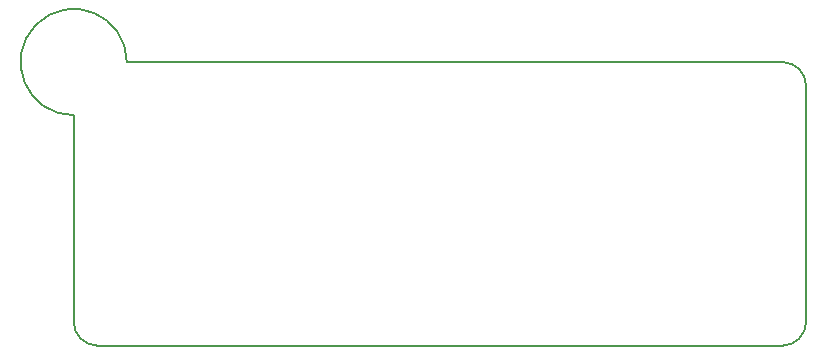
<source format=gbr>
G04 #@! TF.GenerationSoftware,KiCad,Pcbnew,(5.1.10-1-10_14)*
G04 #@! TF.CreationDate,2021-08-18T21:15:36-05:00*
G04 #@! TF.ProjectId,PCB-Keychains,5043422d-4b65-4796-9368-61696e732e6b,rev?*
G04 #@! TF.SameCoordinates,Original*
G04 #@! TF.FileFunction,Profile,NP*
%FSLAX46Y46*%
G04 Gerber Fmt 4.6, Leading zero omitted, Abs format (unit mm)*
G04 Created by KiCad (PCBNEW (5.1.10-1-10_14)) date 2021-08-18 21:15:36*
%MOMM*%
%LPD*%
G01*
G04 APERTURE LIST*
G04 #@! TA.AperFunction,Profile*
%ADD10C,0.150000*%
G04 #@! TD*
G04 APERTURE END LIST*
D10*
X36358750Y-64763750D02*
G75*
G02*
X34358750Y-62763750I0J2000000D01*
G01*
X96358750Y-62766250D02*
G75*
G02*
X94368804Y-64773654I-1992445J-14905D01*
G01*
X94358750Y-40763750D02*
G75*
G02*
X96358750Y-42763750I0J-2000000D01*
G01*
X34358750Y-45263750D02*
G75*
G02*
X38858750Y-40763750I0J4500000D01*
G01*
X38858750Y-40763750D02*
X94358750Y-40763750D01*
X34358750Y-62763750D02*
X34358750Y-45263750D01*
X94368804Y-64773654D02*
X36358750Y-64763750D01*
X96358750Y-42763750D02*
X96358750Y-62766250D01*
M02*

</source>
